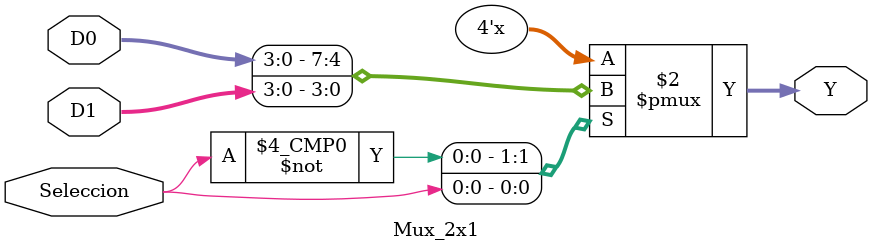
<source format=v>
`timescale 1ns / 1ps
module Mux_2x1(Seleccion,D1,D0,Y);

input wire Seleccion;
input wire [3:0] D1,D0;
output reg [3:0] Y;

always @*

begin

case(Seleccion)

1'b0: Y = D0;
1'b1: Y = D1;

endcase

end

endmodule

</source>
